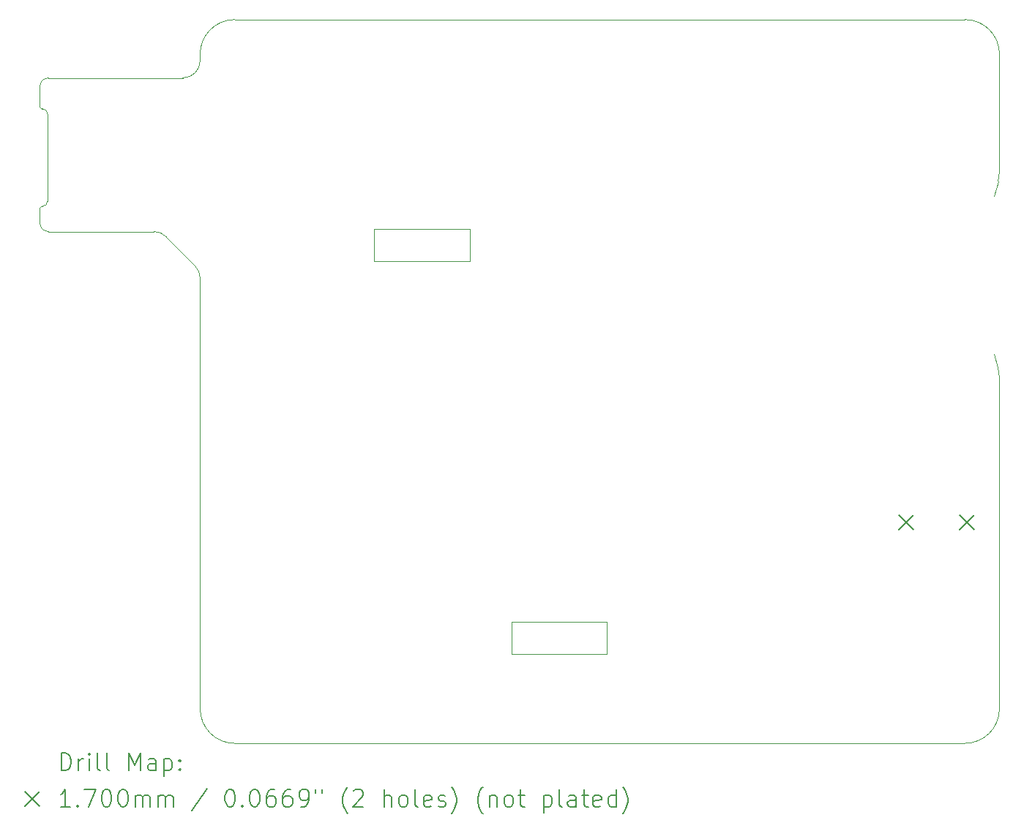
<source format=gbr>
%TF.GenerationSoftware,KiCad,Pcbnew,7.0.1*%
%TF.CreationDate,2023-08-20T17:01:31-07:00*%
%TF.ProjectId,expansionboardA,65787061-6e73-4696-9f6e-626f61726441,3*%
%TF.SameCoordinates,Original*%
%TF.FileFunction,Drillmap*%
%TF.FilePolarity,Positive*%
%FSLAX45Y45*%
G04 Gerber Fmt 4.5, Leading zero omitted, Abs format (unit mm)*
G04 Created by KiCad (PCBNEW 7.0.1) date 2023-08-20 17:01:31*
%MOMM*%
%LPD*%
G01*
G04 APERTURE LIST*
%ADD10C,0.010000*%
%ADD11C,0.200000*%
%ADD12C,0.170000*%
G04 APERTURE END LIST*
D10*
X3864000Y-4749800D02*
G75*
G03*
X4064000Y-4549800I0J200000D01*
G01*
X4463986Y-4074142D02*
G75*
G03*
X4064000Y-4474142I14J-400000D01*
G01*
X4063998Y-7067062D02*
G75*
G03*
X4006361Y-6926587I-199998J3D01*
G01*
X3671592Y-6587326D02*
G75*
G03*
X3529232Y-6527800I-142362J-140474D01*
G01*
X13309599Y-8214711D02*
G75*
G03*
X13291236Y-8094903I-400019J2D01*
G01*
X2229800Y-6235700D02*
G75*
G03*
X2209800Y-6255700I0J-20000D01*
G01*
X4464001Y-12450828D02*
X12909600Y-12450800D01*
X3529232Y-6527800D02*
X2309800Y-6527800D01*
X7183120Y-6868160D02*
X6078220Y-6868160D01*
X6078220Y-6499860D01*
X7183120Y-6499860D01*
X7183120Y-6868160D01*
X2209800Y-6427800D02*
G75*
G03*
X2309800Y-6527800I100000J0D01*
G01*
X13309600Y-4473843D02*
G75*
G03*
X12909600Y-4073840I-400000J3D01*
G01*
X4064000Y-12050828D02*
X4064000Y-7067062D01*
X4064002Y-12050828D02*
G75*
G03*
X4464001Y-12450828I399998J-2D01*
G01*
X2229800Y-5105400D02*
X2238700Y-5105400D01*
X2209800Y-5085400D02*
G75*
G03*
X2229800Y-5105400I20000J0D01*
G01*
X13309600Y-12050800D02*
X13309600Y-8214711D01*
X4463986Y-4074142D02*
X12909600Y-4073840D01*
X2238700Y-6235700D02*
G75*
G03*
X2298700Y-6175700I0J60000D01*
G01*
X4006361Y-6926587D02*
X3671593Y-6587325D01*
X2298700Y-5165400D02*
X2298700Y-6175700D01*
X4064000Y-4474142D02*
X4064000Y-4549800D01*
X2298700Y-5165400D02*
G75*
G03*
X2238700Y-5105400I-60000J0D01*
G01*
X3864000Y-4749800D02*
X2309800Y-4749800D01*
X8768080Y-11414760D02*
X7663180Y-11414760D01*
X7663180Y-11046460D01*
X8768080Y-11046460D01*
X8768080Y-11414760D01*
X13294218Y-5946654D02*
G75*
G03*
X13309600Y-5836792I-384658J109864D01*
G01*
X12909600Y-12450800D02*
G75*
G03*
X13309600Y-12050800I0J400000D01*
G01*
X2309800Y-4749800D02*
G75*
G03*
X2209800Y-4849800I0J-100000D01*
G01*
X2209800Y-4849800D02*
X2209800Y-5085400D01*
X13309600Y-5836792D02*
X13309600Y-4473843D01*
X13245200Y-6118260D02*
X13294217Y-5946654D01*
X2229800Y-6235700D02*
X2238700Y-6235700D01*
X2209800Y-6255700D02*
X2209800Y-6427800D01*
X13291236Y-8094903D02*
X13245200Y-7948260D01*
D11*
D12*
X12144700Y-9806600D02*
X12314700Y-9976600D01*
X12314700Y-9806600D02*
X12144700Y-9976600D01*
X12844700Y-9806600D02*
X13014700Y-9976600D01*
X13014700Y-9806600D02*
X12844700Y-9976600D01*
D11*
X2456919Y-12763852D02*
X2456919Y-12563852D01*
X2456919Y-12563852D02*
X2504538Y-12563852D01*
X2504538Y-12563852D02*
X2533110Y-12573376D01*
X2533110Y-12573376D02*
X2552157Y-12592423D01*
X2552157Y-12592423D02*
X2561681Y-12611471D01*
X2561681Y-12611471D02*
X2571205Y-12649566D01*
X2571205Y-12649566D02*
X2571205Y-12678137D01*
X2571205Y-12678137D02*
X2561681Y-12716233D01*
X2561681Y-12716233D02*
X2552157Y-12735280D01*
X2552157Y-12735280D02*
X2533110Y-12754328D01*
X2533110Y-12754328D02*
X2504538Y-12763852D01*
X2504538Y-12763852D02*
X2456919Y-12763852D01*
X2656919Y-12763852D02*
X2656919Y-12630518D01*
X2656919Y-12668614D02*
X2666443Y-12649566D01*
X2666443Y-12649566D02*
X2675967Y-12640042D01*
X2675967Y-12640042D02*
X2695014Y-12630518D01*
X2695014Y-12630518D02*
X2714062Y-12630518D01*
X2780729Y-12763852D02*
X2780729Y-12630518D01*
X2780729Y-12563852D02*
X2771205Y-12573376D01*
X2771205Y-12573376D02*
X2780729Y-12582899D01*
X2780729Y-12582899D02*
X2790252Y-12573376D01*
X2790252Y-12573376D02*
X2780729Y-12563852D01*
X2780729Y-12563852D02*
X2780729Y-12582899D01*
X2904538Y-12763852D02*
X2885490Y-12754328D01*
X2885490Y-12754328D02*
X2875967Y-12735280D01*
X2875967Y-12735280D02*
X2875967Y-12563852D01*
X3009300Y-12763852D02*
X2990252Y-12754328D01*
X2990252Y-12754328D02*
X2980728Y-12735280D01*
X2980728Y-12735280D02*
X2980728Y-12563852D01*
X3237871Y-12763852D02*
X3237871Y-12563852D01*
X3237871Y-12563852D02*
X3304538Y-12706709D01*
X3304538Y-12706709D02*
X3371205Y-12563852D01*
X3371205Y-12563852D02*
X3371205Y-12763852D01*
X3552157Y-12763852D02*
X3552157Y-12659090D01*
X3552157Y-12659090D02*
X3542633Y-12640042D01*
X3542633Y-12640042D02*
X3523586Y-12630518D01*
X3523586Y-12630518D02*
X3485490Y-12630518D01*
X3485490Y-12630518D02*
X3466443Y-12640042D01*
X3552157Y-12754328D02*
X3533109Y-12763852D01*
X3533109Y-12763852D02*
X3485490Y-12763852D01*
X3485490Y-12763852D02*
X3466443Y-12754328D01*
X3466443Y-12754328D02*
X3456919Y-12735280D01*
X3456919Y-12735280D02*
X3456919Y-12716233D01*
X3456919Y-12716233D02*
X3466443Y-12697185D01*
X3466443Y-12697185D02*
X3485490Y-12687661D01*
X3485490Y-12687661D02*
X3533109Y-12687661D01*
X3533109Y-12687661D02*
X3552157Y-12678137D01*
X3647395Y-12630518D02*
X3647395Y-12830518D01*
X3647395Y-12640042D02*
X3666443Y-12630518D01*
X3666443Y-12630518D02*
X3704538Y-12630518D01*
X3704538Y-12630518D02*
X3723586Y-12640042D01*
X3723586Y-12640042D02*
X3733109Y-12649566D01*
X3733109Y-12649566D02*
X3742633Y-12668614D01*
X3742633Y-12668614D02*
X3742633Y-12725756D01*
X3742633Y-12725756D02*
X3733109Y-12744804D01*
X3733109Y-12744804D02*
X3723586Y-12754328D01*
X3723586Y-12754328D02*
X3704538Y-12763852D01*
X3704538Y-12763852D02*
X3666443Y-12763852D01*
X3666443Y-12763852D02*
X3647395Y-12754328D01*
X3828348Y-12744804D02*
X3837871Y-12754328D01*
X3837871Y-12754328D02*
X3828348Y-12763852D01*
X3828348Y-12763852D02*
X3818824Y-12754328D01*
X3818824Y-12754328D02*
X3828348Y-12744804D01*
X3828348Y-12744804D02*
X3828348Y-12763852D01*
X3828348Y-12640042D02*
X3837871Y-12649566D01*
X3837871Y-12649566D02*
X3828348Y-12659090D01*
X3828348Y-12659090D02*
X3818824Y-12649566D01*
X3818824Y-12649566D02*
X3828348Y-12640042D01*
X3828348Y-12640042D02*
X3828348Y-12659090D01*
D12*
X2039300Y-13006328D02*
X2209300Y-13176328D01*
X2209300Y-13006328D02*
X2039300Y-13176328D01*
D11*
X2561681Y-13183852D02*
X2447395Y-13183852D01*
X2504538Y-13183852D02*
X2504538Y-12983852D01*
X2504538Y-12983852D02*
X2485490Y-13012423D01*
X2485490Y-13012423D02*
X2466443Y-13031471D01*
X2466443Y-13031471D02*
X2447395Y-13040995D01*
X2647395Y-13164804D02*
X2656919Y-13174328D01*
X2656919Y-13174328D02*
X2647395Y-13183852D01*
X2647395Y-13183852D02*
X2637871Y-13174328D01*
X2637871Y-13174328D02*
X2647395Y-13164804D01*
X2647395Y-13164804D02*
X2647395Y-13183852D01*
X2723586Y-12983852D02*
X2856919Y-12983852D01*
X2856919Y-12983852D02*
X2771205Y-13183852D01*
X2971205Y-12983852D02*
X2990252Y-12983852D01*
X2990252Y-12983852D02*
X3009300Y-12993376D01*
X3009300Y-12993376D02*
X3018824Y-13002899D01*
X3018824Y-13002899D02*
X3028348Y-13021947D01*
X3028348Y-13021947D02*
X3037871Y-13060042D01*
X3037871Y-13060042D02*
X3037871Y-13107661D01*
X3037871Y-13107661D02*
X3028348Y-13145756D01*
X3028348Y-13145756D02*
X3018824Y-13164804D01*
X3018824Y-13164804D02*
X3009300Y-13174328D01*
X3009300Y-13174328D02*
X2990252Y-13183852D01*
X2990252Y-13183852D02*
X2971205Y-13183852D01*
X2971205Y-13183852D02*
X2952157Y-13174328D01*
X2952157Y-13174328D02*
X2942633Y-13164804D01*
X2942633Y-13164804D02*
X2933109Y-13145756D01*
X2933109Y-13145756D02*
X2923586Y-13107661D01*
X2923586Y-13107661D02*
X2923586Y-13060042D01*
X2923586Y-13060042D02*
X2933109Y-13021947D01*
X2933109Y-13021947D02*
X2942633Y-13002899D01*
X2942633Y-13002899D02*
X2952157Y-12993376D01*
X2952157Y-12993376D02*
X2971205Y-12983852D01*
X3161681Y-12983852D02*
X3180729Y-12983852D01*
X3180729Y-12983852D02*
X3199776Y-12993376D01*
X3199776Y-12993376D02*
X3209300Y-13002899D01*
X3209300Y-13002899D02*
X3218824Y-13021947D01*
X3218824Y-13021947D02*
X3228348Y-13060042D01*
X3228348Y-13060042D02*
X3228348Y-13107661D01*
X3228348Y-13107661D02*
X3218824Y-13145756D01*
X3218824Y-13145756D02*
X3209300Y-13164804D01*
X3209300Y-13164804D02*
X3199776Y-13174328D01*
X3199776Y-13174328D02*
X3180729Y-13183852D01*
X3180729Y-13183852D02*
X3161681Y-13183852D01*
X3161681Y-13183852D02*
X3142633Y-13174328D01*
X3142633Y-13174328D02*
X3133109Y-13164804D01*
X3133109Y-13164804D02*
X3123586Y-13145756D01*
X3123586Y-13145756D02*
X3114062Y-13107661D01*
X3114062Y-13107661D02*
X3114062Y-13060042D01*
X3114062Y-13060042D02*
X3123586Y-13021947D01*
X3123586Y-13021947D02*
X3133109Y-13002899D01*
X3133109Y-13002899D02*
X3142633Y-12993376D01*
X3142633Y-12993376D02*
X3161681Y-12983852D01*
X3314062Y-13183852D02*
X3314062Y-13050518D01*
X3314062Y-13069566D02*
X3323586Y-13060042D01*
X3323586Y-13060042D02*
X3342633Y-13050518D01*
X3342633Y-13050518D02*
X3371205Y-13050518D01*
X3371205Y-13050518D02*
X3390252Y-13060042D01*
X3390252Y-13060042D02*
X3399776Y-13079090D01*
X3399776Y-13079090D02*
X3399776Y-13183852D01*
X3399776Y-13079090D02*
X3409300Y-13060042D01*
X3409300Y-13060042D02*
X3428348Y-13050518D01*
X3428348Y-13050518D02*
X3456919Y-13050518D01*
X3456919Y-13050518D02*
X3475967Y-13060042D01*
X3475967Y-13060042D02*
X3485490Y-13079090D01*
X3485490Y-13079090D02*
X3485490Y-13183852D01*
X3580729Y-13183852D02*
X3580729Y-13050518D01*
X3580729Y-13069566D02*
X3590252Y-13060042D01*
X3590252Y-13060042D02*
X3609300Y-13050518D01*
X3609300Y-13050518D02*
X3637871Y-13050518D01*
X3637871Y-13050518D02*
X3656919Y-13060042D01*
X3656919Y-13060042D02*
X3666443Y-13079090D01*
X3666443Y-13079090D02*
X3666443Y-13183852D01*
X3666443Y-13079090D02*
X3675967Y-13060042D01*
X3675967Y-13060042D02*
X3695014Y-13050518D01*
X3695014Y-13050518D02*
X3723586Y-13050518D01*
X3723586Y-13050518D02*
X3742633Y-13060042D01*
X3742633Y-13060042D02*
X3752157Y-13079090D01*
X3752157Y-13079090D02*
X3752157Y-13183852D01*
X4142633Y-12974328D02*
X3971205Y-13231471D01*
X4399776Y-12983852D02*
X4418824Y-12983852D01*
X4418824Y-12983852D02*
X4437872Y-12993376D01*
X4437872Y-12993376D02*
X4447395Y-13002899D01*
X4447395Y-13002899D02*
X4456919Y-13021947D01*
X4456919Y-13021947D02*
X4466443Y-13060042D01*
X4466443Y-13060042D02*
X4466443Y-13107661D01*
X4466443Y-13107661D02*
X4456919Y-13145756D01*
X4456919Y-13145756D02*
X4447395Y-13164804D01*
X4447395Y-13164804D02*
X4437872Y-13174328D01*
X4437872Y-13174328D02*
X4418824Y-13183852D01*
X4418824Y-13183852D02*
X4399776Y-13183852D01*
X4399776Y-13183852D02*
X4380729Y-13174328D01*
X4380729Y-13174328D02*
X4371205Y-13164804D01*
X4371205Y-13164804D02*
X4361681Y-13145756D01*
X4361681Y-13145756D02*
X4352157Y-13107661D01*
X4352157Y-13107661D02*
X4352157Y-13060042D01*
X4352157Y-13060042D02*
X4361681Y-13021947D01*
X4361681Y-13021947D02*
X4371205Y-13002899D01*
X4371205Y-13002899D02*
X4380729Y-12993376D01*
X4380729Y-12993376D02*
X4399776Y-12983852D01*
X4552157Y-13164804D02*
X4561681Y-13174328D01*
X4561681Y-13174328D02*
X4552157Y-13183852D01*
X4552157Y-13183852D02*
X4542634Y-13174328D01*
X4542634Y-13174328D02*
X4552157Y-13164804D01*
X4552157Y-13164804D02*
X4552157Y-13183852D01*
X4685491Y-12983852D02*
X4704538Y-12983852D01*
X4704538Y-12983852D02*
X4723586Y-12993376D01*
X4723586Y-12993376D02*
X4733110Y-13002899D01*
X4733110Y-13002899D02*
X4742634Y-13021947D01*
X4742634Y-13021947D02*
X4752157Y-13060042D01*
X4752157Y-13060042D02*
X4752157Y-13107661D01*
X4752157Y-13107661D02*
X4742634Y-13145756D01*
X4742634Y-13145756D02*
X4733110Y-13164804D01*
X4733110Y-13164804D02*
X4723586Y-13174328D01*
X4723586Y-13174328D02*
X4704538Y-13183852D01*
X4704538Y-13183852D02*
X4685491Y-13183852D01*
X4685491Y-13183852D02*
X4666443Y-13174328D01*
X4666443Y-13174328D02*
X4656919Y-13164804D01*
X4656919Y-13164804D02*
X4647395Y-13145756D01*
X4647395Y-13145756D02*
X4637872Y-13107661D01*
X4637872Y-13107661D02*
X4637872Y-13060042D01*
X4637872Y-13060042D02*
X4647395Y-13021947D01*
X4647395Y-13021947D02*
X4656919Y-13002899D01*
X4656919Y-13002899D02*
X4666443Y-12993376D01*
X4666443Y-12993376D02*
X4685491Y-12983852D01*
X4923586Y-12983852D02*
X4885491Y-12983852D01*
X4885491Y-12983852D02*
X4866443Y-12993376D01*
X4866443Y-12993376D02*
X4856919Y-13002899D01*
X4856919Y-13002899D02*
X4837872Y-13031471D01*
X4837872Y-13031471D02*
X4828348Y-13069566D01*
X4828348Y-13069566D02*
X4828348Y-13145756D01*
X4828348Y-13145756D02*
X4837872Y-13164804D01*
X4837872Y-13164804D02*
X4847395Y-13174328D01*
X4847395Y-13174328D02*
X4866443Y-13183852D01*
X4866443Y-13183852D02*
X4904538Y-13183852D01*
X4904538Y-13183852D02*
X4923586Y-13174328D01*
X4923586Y-13174328D02*
X4933110Y-13164804D01*
X4933110Y-13164804D02*
X4942634Y-13145756D01*
X4942634Y-13145756D02*
X4942634Y-13098137D01*
X4942634Y-13098137D02*
X4933110Y-13079090D01*
X4933110Y-13079090D02*
X4923586Y-13069566D01*
X4923586Y-13069566D02*
X4904538Y-13060042D01*
X4904538Y-13060042D02*
X4866443Y-13060042D01*
X4866443Y-13060042D02*
X4847395Y-13069566D01*
X4847395Y-13069566D02*
X4837872Y-13079090D01*
X4837872Y-13079090D02*
X4828348Y-13098137D01*
X5114062Y-12983852D02*
X5075967Y-12983852D01*
X5075967Y-12983852D02*
X5056919Y-12993376D01*
X5056919Y-12993376D02*
X5047395Y-13002899D01*
X5047395Y-13002899D02*
X5028348Y-13031471D01*
X5028348Y-13031471D02*
X5018824Y-13069566D01*
X5018824Y-13069566D02*
X5018824Y-13145756D01*
X5018824Y-13145756D02*
X5028348Y-13164804D01*
X5028348Y-13164804D02*
X5037872Y-13174328D01*
X5037872Y-13174328D02*
X5056919Y-13183852D01*
X5056919Y-13183852D02*
X5095015Y-13183852D01*
X5095015Y-13183852D02*
X5114062Y-13174328D01*
X5114062Y-13174328D02*
X5123586Y-13164804D01*
X5123586Y-13164804D02*
X5133110Y-13145756D01*
X5133110Y-13145756D02*
X5133110Y-13098137D01*
X5133110Y-13098137D02*
X5123586Y-13079090D01*
X5123586Y-13079090D02*
X5114062Y-13069566D01*
X5114062Y-13069566D02*
X5095015Y-13060042D01*
X5095015Y-13060042D02*
X5056919Y-13060042D01*
X5056919Y-13060042D02*
X5037872Y-13069566D01*
X5037872Y-13069566D02*
X5028348Y-13079090D01*
X5028348Y-13079090D02*
X5018824Y-13098137D01*
X5228348Y-13183852D02*
X5266443Y-13183852D01*
X5266443Y-13183852D02*
X5285491Y-13174328D01*
X5285491Y-13174328D02*
X5295015Y-13164804D01*
X5295015Y-13164804D02*
X5314062Y-13136233D01*
X5314062Y-13136233D02*
X5323586Y-13098137D01*
X5323586Y-13098137D02*
X5323586Y-13021947D01*
X5323586Y-13021947D02*
X5314062Y-13002899D01*
X5314062Y-13002899D02*
X5304538Y-12993376D01*
X5304538Y-12993376D02*
X5285491Y-12983852D01*
X5285491Y-12983852D02*
X5247395Y-12983852D01*
X5247395Y-12983852D02*
X5228348Y-12993376D01*
X5228348Y-12993376D02*
X5218824Y-13002899D01*
X5218824Y-13002899D02*
X5209300Y-13021947D01*
X5209300Y-13021947D02*
X5209300Y-13069566D01*
X5209300Y-13069566D02*
X5218824Y-13088614D01*
X5218824Y-13088614D02*
X5228348Y-13098137D01*
X5228348Y-13098137D02*
X5247395Y-13107661D01*
X5247395Y-13107661D02*
X5285491Y-13107661D01*
X5285491Y-13107661D02*
X5304538Y-13098137D01*
X5304538Y-13098137D02*
X5314062Y-13088614D01*
X5314062Y-13088614D02*
X5323586Y-13069566D01*
X5399776Y-12983852D02*
X5399776Y-13021947D01*
X5475967Y-12983852D02*
X5475967Y-13021947D01*
X5771205Y-13260042D02*
X5761681Y-13250518D01*
X5761681Y-13250518D02*
X5742634Y-13221947D01*
X5742634Y-13221947D02*
X5733110Y-13202899D01*
X5733110Y-13202899D02*
X5723586Y-13174328D01*
X5723586Y-13174328D02*
X5714062Y-13126709D01*
X5714062Y-13126709D02*
X5714062Y-13088614D01*
X5714062Y-13088614D02*
X5723586Y-13040995D01*
X5723586Y-13040995D02*
X5733110Y-13012423D01*
X5733110Y-13012423D02*
X5742634Y-12993376D01*
X5742634Y-12993376D02*
X5761681Y-12964804D01*
X5761681Y-12964804D02*
X5771205Y-12955280D01*
X5837872Y-13002899D02*
X5847395Y-12993376D01*
X5847395Y-12993376D02*
X5866443Y-12983852D01*
X5866443Y-12983852D02*
X5914062Y-12983852D01*
X5914062Y-12983852D02*
X5933110Y-12993376D01*
X5933110Y-12993376D02*
X5942634Y-13002899D01*
X5942634Y-13002899D02*
X5952157Y-13021947D01*
X5952157Y-13021947D02*
X5952157Y-13040995D01*
X5952157Y-13040995D02*
X5942634Y-13069566D01*
X5942634Y-13069566D02*
X5828348Y-13183852D01*
X5828348Y-13183852D02*
X5952157Y-13183852D01*
X6190253Y-13183852D02*
X6190253Y-12983852D01*
X6275967Y-13183852D02*
X6275967Y-13079090D01*
X6275967Y-13079090D02*
X6266443Y-13060042D01*
X6266443Y-13060042D02*
X6247396Y-13050518D01*
X6247396Y-13050518D02*
X6218824Y-13050518D01*
X6218824Y-13050518D02*
X6199776Y-13060042D01*
X6199776Y-13060042D02*
X6190253Y-13069566D01*
X6399776Y-13183852D02*
X6380729Y-13174328D01*
X6380729Y-13174328D02*
X6371205Y-13164804D01*
X6371205Y-13164804D02*
X6361681Y-13145756D01*
X6361681Y-13145756D02*
X6361681Y-13088614D01*
X6361681Y-13088614D02*
X6371205Y-13069566D01*
X6371205Y-13069566D02*
X6380729Y-13060042D01*
X6380729Y-13060042D02*
X6399776Y-13050518D01*
X6399776Y-13050518D02*
X6428348Y-13050518D01*
X6428348Y-13050518D02*
X6447396Y-13060042D01*
X6447396Y-13060042D02*
X6456919Y-13069566D01*
X6456919Y-13069566D02*
X6466443Y-13088614D01*
X6466443Y-13088614D02*
X6466443Y-13145756D01*
X6466443Y-13145756D02*
X6456919Y-13164804D01*
X6456919Y-13164804D02*
X6447396Y-13174328D01*
X6447396Y-13174328D02*
X6428348Y-13183852D01*
X6428348Y-13183852D02*
X6399776Y-13183852D01*
X6580729Y-13183852D02*
X6561681Y-13174328D01*
X6561681Y-13174328D02*
X6552157Y-13155280D01*
X6552157Y-13155280D02*
X6552157Y-12983852D01*
X6733110Y-13174328D02*
X6714062Y-13183852D01*
X6714062Y-13183852D02*
X6675967Y-13183852D01*
X6675967Y-13183852D02*
X6656919Y-13174328D01*
X6656919Y-13174328D02*
X6647396Y-13155280D01*
X6647396Y-13155280D02*
X6647396Y-13079090D01*
X6647396Y-13079090D02*
X6656919Y-13060042D01*
X6656919Y-13060042D02*
X6675967Y-13050518D01*
X6675967Y-13050518D02*
X6714062Y-13050518D01*
X6714062Y-13050518D02*
X6733110Y-13060042D01*
X6733110Y-13060042D02*
X6742634Y-13079090D01*
X6742634Y-13079090D02*
X6742634Y-13098137D01*
X6742634Y-13098137D02*
X6647396Y-13117185D01*
X6818824Y-13174328D02*
X6837872Y-13183852D01*
X6837872Y-13183852D02*
X6875967Y-13183852D01*
X6875967Y-13183852D02*
X6895015Y-13174328D01*
X6895015Y-13174328D02*
X6904538Y-13155280D01*
X6904538Y-13155280D02*
X6904538Y-13145756D01*
X6904538Y-13145756D02*
X6895015Y-13126709D01*
X6895015Y-13126709D02*
X6875967Y-13117185D01*
X6875967Y-13117185D02*
X6847396Y-13117185D01*
X6847396Y-13117185D02*
X6828348Y-13107661D01*
X6828348Y-13107661D02*
X6818824Y-13088614D01*
X6818824Y-13088614D02*
X6818824Y-13079090D01*
X6818824Y-13079090D02*
X6828348Y-13060042D01*
X6828348Y-13060042D02*
X6847396Y-13050518D01*
X6847396Y-13050518D02*
X6875967Y-13050518D01*
X6875967Y-13050518D02*
X6895015Y-13060042D01*
X6971205Y-13260042D02*
X6980729Y-13250518D01*
X6980729Y-13250518D02*
X6999777Y-13221947D01*
X6999777Y-13221947D02*
X7009300Y-13202899D01*
X7009300Y-13202899D02*
X7018824Y-13174328D01*
X7018824Y-13174328D02*
X7028348Y-13126709D01*
X7028348Y-13126709D02*
X7028348Y-13088614D01*
X7028348Y-13088614D02*
X7018824Y-13040995D01*
X7018824Y-13040995D02*
X7009300Y-13012423D01*
X7009300Y-13012423D02*
X6999777Y-12993376D01*
X6999777Y-12993376D02*
X6980729Y-12964804D01*
X6980729Y-12964804D02*
X6971205Y-12955280D01*
X7333110Y-13260042D02*
X7323586Y-13250518D01*
X7323586Y-13250518D02*
X7304538Y-13221947D01*
X7304538Y-13221947D02*
X7295015Y-13202899D01*
X7295015Y-13202899D02*
X7285491Y-13174328D01*
X7285491Y-13174328D02*
X7275967Y-13126709D01*
X7275967Y-13126709D02*
X7275967Y-13088614D01*
X7275967Y-13088614D02*
X7285491Y-13040995D01*
X7285491Y-13040995D02*
X7295015Y-13012423D01*
X7295015Y-13012423D02*
X7304538Y-12993376D01*
X7304538Y-12993376D02*
X7323586Y-12964804D01*
X7323586Y-12964804D02*
X7333110Y-12955280D01*
X7409300Y-13050518D02*
X7409300Y-13183852D01*
X7409300Y-13069566D02*
X7418824Y-13060042D01*
X7418824Y-13060042D02*
X7437872Y-13050518D01*
X7437872Y-13050518D02*
X7466443Y-13050518D01*
X7466443Y-13050518D02*
X7485491Y-13060042D01*
X7485491Y-13060042D02*
X7495015Y-13079090D01*
X7495015Y-13079090D02*
X7495015Y-13183852D01*
X7618824Y-13183852D02*
X7599777Y-13174328D01*
X7599777Y-13174328D02*
X7590253Y-13164804D01*
X7590253Y-13164804D02*
X7580729Y-13145756D01*
X7580729Y-13145756D02*
X7580729Y-13088614D01*
X7580729Y-13088614D02*
X7590253Y-13069566D01*
X7590253Y-13069566D02*
X7599777Y-13060042D01*
X7599777Y-13060042D02*
X7618824Y-13050518D01*
X7618824Y-13050518D02*
X7647396Y-13050518D01*
X7647396Y-13050518D02*
X7666443Y-13060042D01*
X7666443Y-13060042D02*
X7675967Y-13069566D01*
X7675967Y-13069566D02*
X7685491Y-13088614D01*
X7685491Y-13088614D02*
X7685491Y-13145756D01*
X7685491Y-13145756D02*
X7675967Y-13164804D01*
X7675967Y-13164804D02*
X7666443Y-13174328D01*
X7666443Y-13174328D02*
X7647396Y-13183852D01*
X7647396Y-13183852D02*
X7618824Y-13183852D01*
X7742634Y-13050518D02*
X7818824Y-13050518D01*
X7771205Y-12983852D02*
X7771205Y-13155280D01*
X7771205Y-13155280D02*
X7780729Y-13174328D01*
X7780729Y-13174328D02*
X7799777Y-13183852D01*
X7799777Y-13183852D02*
X7818824Y-13183852D01*
X8037872Y-13050518D02*
X8037872Y-13250518D01*
X8037872Y-13060042D02*
X8056919Y-13050518D01*
X8056919Y-13050518D02*
X8095015Y-13050518D01*
X8095015Y-13050518D02*
X8114062Y-13060042D01*
X8114062Y-13060042D02*
X8123586Y-13069566D01*
X8123586Y-13069566D02*
X8133110Y-13088614D01*
X8133110Y-13088614D02*
X8133110Y-13145756D01*
X8133110Y-13145756D02*
X8123586Y-13164804D01*
X8123586Y-13164804D02*
X8114062Y-13174328D01*
X8114062Y-13174328D02*
X8095015Y-13183852D01*
X8095015Y-13183852D02*
X8056919Y-13183852D01*
X8056919Y-13183852D02*
X8037872Y-13174328D01*
X8247396Y-13183852D02*
X8228348Y-13174328D01*
X8228348Y-13174328D02*
X8218824Y-13155280D01*
X8218824Y-13155280D02*
X8218824Y-12983852D01*
X8409301Y-13183852D02*
X8409301Y-13079090D01*
X8409301Y-13079090D02*
X8399777Y-13060042D01*
X8399777Y-13060042D02*
X8380729Y-13050518D01*
X8380729Y-13050518D02*
X8342634Y-13050518D01*
X8342634Y-13050518D02*
X8323586Y-13060042D01*
X8409301Y-13174328D02*
X8390253Y-13183852D01*
X8390253Y-13183852D02*
X8342634Y-13183852D01*
X8342634Y-13183852D02*
X8323586Y-13174328D01*
X8323586Y-13174328D02*
X8314062Y-13155280D01*
X8314062Y-13155280D02*
X8314062Y-13136233D01*
X8314062Y-13136233D02*
X8323586Y-13117185D01*
X8323586Y-13117185D02*
X8342634Y-13107661D01*
X8342634Y-13107661D02*
X8390253Y-13107661D01*
X8390253Y-13107661D02*
X8409301Y-13098137D01*
X8475967Y-13050518D02*
X8552158Y-13050518D01*
X8504539Y-12983852D02*
X8504539Y-13155280D01*
X8504539Y-13155280D02*
X8514062Y-13174328D01*
X8514062Y-13174328D02*
X8533110Y-13183852D01*
X8533110Y-13183852D02*
X8552158Y-13183852D01*
X8695015Y-13174328D02*
X8675967Y-13183852D01*
X8675967Y-13183852D02*
X8637872Y-13183852D01*
X8637872Y-13183852D02*
X8618824Y-13174328D01*
X8618824Y-13174328D02*
X8609301Y-13155280D01*
X8609301Y-13155280D02*
X8609301Y-13079090D01*
X8609301Y-13079090D02*
X8618824Y-13060042D01*
X8618824Y-13060042D02*
X8637872Y-13050518D01*
X8637872Y-13050518D02*
X8675967Y-13050518D01*
X8675967Y-13050518D02*
X8695015Y-13060042D01*
X8695015Y-13060042D02*
X8704539Y-13079090D01*
X8704539Y-13079090D02*
X8704539Y-13098137D01*
X8704539Y-13098137D02*
X8609301Y-13117185D01*
X8875967Y-13183852D02*
X8875967Y-12983852D01*
X8875967Y-13174328D02*
X8856920Y-13183852D01*
X8856920Y-13183852D02*
X8818824Y-13183852D01*
X8818824Y-13183852D02*
X8799777Y-13174328D01*
X8799777Y-13174328D02*
X8790253Y-13164804D01*
X8790253Y-13164804D02*
X8780729Y-13145756D01*
X8780729Y-13145756D02*
X8780729Y-13088614D01*
X8780729Y-13088614D02*
X8790253Y-13069566D01*
X8790253Y-13069566D02*
X8799777Y-13060042D01*
X8799777Y-13060042D02*
X8818824Y-13050518D01*
X8818824Y-13050518D02*
X8856920Y-13050518D01*
X8856920Y-13050518D02*
X8875967Y-13060042D01*
X8952158Y-13260042D02*
X8961682Y-13250518D01*
X8961682Y-13250518D02*
X8980729Y-13221947D01*
X8980729Y-13221947D02*
X8990253Y-13202899D01*
X8990253Y-13202899D02*
X8999777Y-13174328D01*
X8999777Y-13174328D02*
X9009301Y-13126709D01*
X9009301Y-13126709D02*
X9009301Y-13088614D01*
X9009301Y-13088614D02*
X8999777Y-13040995D01*
X8999777Y-13040995D02*
X8990253Y-13012423D01*
X8990253Y-13012423D02*
X8980729Y-12993376D01*
X8980729Y-12993376D02*
X8961682Y-12964804D01*
X8961682Y-12964804D02*
X8952158Y-12955280D01*
M02*

</source>
